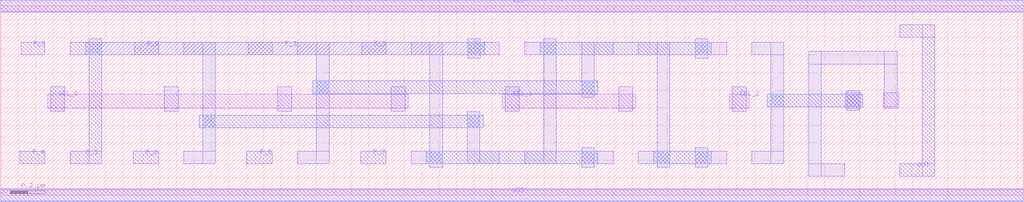
<source format=lef>
VERSION 5.7 ;
BUSBITCHARS "[]" ;
DIVIDERCHAR "/" ;

MACRO flogic_8x1
  ORIGIN 0 0 ;
  FOREIGN flogic_8x1 0 0 ;
  SIZE 5.832 BY 1.08 ;
  SYMMETRY X Y ;
  SITE core ;
  PIN F_0
    DIRECTION INPUT ;
    USE SIGNAL ;
    PORT
      LAYER M1 ;
        RECT 0.116 0.8 0.252 0.872 ;
    END
  END F_0
  PIN F_1
    DIRECTION INPUT ;
    USE SIGNAL ;
    PORT
      LAYER M2 ;
        RECT 0.484 0.8 2.756 0.872 ;
      LAYER M1 ;
        RECT 2.664 0.8 2.844 0.872 ;
        RECT 2.664 0.78 2.736 0.892 ;
        RECT 1.412 0.8 1.548 0.872 ;
        RECT 0.504 0.18 0.576 0.892 ;
        RECT 0.396 0.8 0.576 0.872 ;
        RECT 0.396 0.18 0.576 0.252 ;
      LAYER V1 ;
        RECT 0.504 0.8 0.576 0.872 ;
        RECT 2.664 0.8 2.736 0.872 ;
    END
  END F_1
  PIN F_2
    DIRECTION INPUT ;
    USE SIGNAL ;
    PORT
      LAYER M1 ;
        RECT 0.764 0.8 0.9 0.872 ;
    END
  END F_2
  PIN F_3
    DIRECTION INPUT ;
    USE SIGNAL ;
    PORT
      LAYER M1 ;
        RECT 2.06 0.8 2.196 0.872 ;
    END
  END F_3
  PIN F_4
    DIRECTION INPUT ;
    USE SIGNAL ;
    PORT
      LAYER M1 ;
        RECT 0.108 0.18 0.252 0.252 ;
    END
  END F_4
  PIN F_5
    DIRECTION INPUT ;
    USE SIGNAL ;
    PORT
      LAYER M1 ;
        RECT 1.404 0.18 1.548 0.252 ;
    END
  END F_5
  PIN F_6
    DIRECTION INPUT ;
    USE SIGNAL ;
    PORT
      LAYER M1 ;
        RECT 0.756 0.18 0.9 0.252 ;
    END
  END F_6
  PIN F_7
    DIRECTION INPUT ;
    USE SIGNAL ;
    PORT
      LAYER M1 ;
        RECT 2.052 0.18 2.196 0.252 ;
    END
  END F_7
  PIN OUT
    DIRECTION OUTPUT ;
    USE SIGNAL ;
    PORT
      LAYER M1 ;
        RECT 5.128 0.9 5.328 0.972 ;
        RECT 5.256 0.108 5.328 0.972 ;
        RECT 5.128 0.108 5.328 0.18 ;
    END
  END OUT
  PIN SEL_0
    DIRECTION INPUT ;
    USE SIGNAL ;
    PORT
      LAYER M1 ;
        RECT 0.284 0.48 0.364 0.62 ;
    END
  END SEL_0
  PIN SEL_1
    DIRECTION INPUT ;
    USE SIGNAL ;
    PORT
      LAYER M1 ;
        RECT 2.876 0.48 2.956 0.62 ;
    END
  END SEL_1
  PIN SEL_2
    DIRECTION INPUT ;
    USE SIGNAL ;
    PORT
      LAYER M1 ;
        RECT 4.172 0.48 4.252 0.62 ;
    END
  END SEL_2
  PIN VDD
    DIRECTION INOUT ;
    USE POWER ;
    SHAPE ABUTMENT ;
    PORT
      LAYER M1 ;
        RECT 0 1.044 5.832 1.116 ;
    END
  END VDD
  PIN VSS
    DIRECTION INOUT ;
    USE GROUND ;
    SHAPE ABUTMENT ;
    PORT
      LAYER M1 ;
        RECT 0 -0.036 5.832 0.036 ;
    END
  END VSS
  OBS
    LAYER LIG ;
      RECT 0 -0.032 5.832 0.032 ;
      RECT 0 1.048 5.832 1.112 ;
      RECT 5.032 0.496 5.12 0.584 ;
      RECT 4.816 0.496 4.904 0.584 ;
      RECT 4.156 0.496 4.268 0.576 ;
      RECT 2.86 0.496 3.62 0.576 ;
      RECT 0.268 0.496 2.324 0.576 ;
    LAYER M1 ;
      RECT 4.608 0.748 5.112 0.82 ;
      RECT 5.04 0.504 5.112 0.82 ;
      RECT 4.608 0.108 4.68 0.82 ;
      RECT 4.608 0.108 4.812 0.18 ;
      RECT 4.284 0.8 4.464 0.872 ;
      RECT 4.392 0.18 4.464 0.872 ;
      RECT 4.284 0.18 4.464 0.252 ;
      RECT 3.96 0.16 4.032 0.272 ;
      RECT 3.96 0.18 4.14 0.252 ;
      RECT 3.96 0.78 4.032 0.892 ;
      RECT 3.96 0.8 4.14 0.872 ;
      RECT 3.636 0.8 3.816 0.872 ;
      RECT 3.744 0.16 3.816 0.872 ;
      RECT 3.636 0.18 3.816 0.252 ;
      RECT 3.312 0.16 3.384 0.272 ;
      RECT 3.312 0.18 3.492 0.252 ;
      RECT 3.312 0.8 3.492 0.872 ;
      RECT 3.312 0.56 3.384 0.872 ;
      RECT 3.096 0.18 3.168 0.892 ;
      RECT 2.988 0.8 3.168 0.872 ;
      RECT 2.988 0.18 3.168 0.252 ;
      RECT 2.66 0.18 2.732 0.476 ;
      RECT 2.66 0.18 2.844 0.252 ;
      RECT 2.34 0.8 2.52 0.872 ;
      RECT 2.448 0.16 2.52 0.872 ;
      RECT 2.34 0.18 2.52 0.252 ;
      RECT 1.692 0.8 1.872 0.872 ;
      RECT 1.8 0.18 1.872 0.872 ;
      RECT 1.692 0.18 1.872 0.252 ;
      RECT 1.044 0.8 1.224 0.872 ;
      RECT 1.152 0.18 1.224 0.872 ;
      RECT 1.044 0.18 1.224 0.252 ;
      RECT 4.824 0.484 4.896 0.596 ;
      RECT 3.524 0.48 3.604 0.62 ;
      RECT 2.228 0.48 2.308 0.62 ;
      RECT 1.58 0.48 1.66 0.62 ;
      RECT 0.932 0.48 1.012 0.62 ;
    LAYER M2 ;
      RECT 4.372 0.504 4.916 0.576 ;
      RECT 3.724 0.18 4.052 0.252 ;
      RECT 3.076 0.8 4.052 0.872 ;
      RECT 2.428 0.18 3.404 0.252 ;
      RECT 1.78 0.58 3.404 0.652 ;
      RECT 1.132 0.384 2.752 0.456 ;
    LAYER V1 ;
      RECT 4.824 0.504 4.896 0.576 ;
      RECT 4.392 0.504 4.464 0.576 ;
      RECT 3.96 0.18 4.032 0.252 ;
      RECT 3.96 0.8 4.032 0.872 ;
      RECT 3.744 0.18 3.816 0.252 ;
      RECT 3.312 0.18 3.384 0.252 ;
      RECT 3.312 0.58 3.384 0.652 ;
      RECT 3.096 0.8 3.168 0.872 ;
      RECT 2.66 0.384 2.732 0.456 ;
      RECT 2.448 0.18 2.52 0.252 ;
      RECT 1.8 0.58 1.872 0.652 ;
      RECT 1.152 0.384 1.224 0.456 ;
  END
END flogic_8x1

END LIBRARY

</source>
